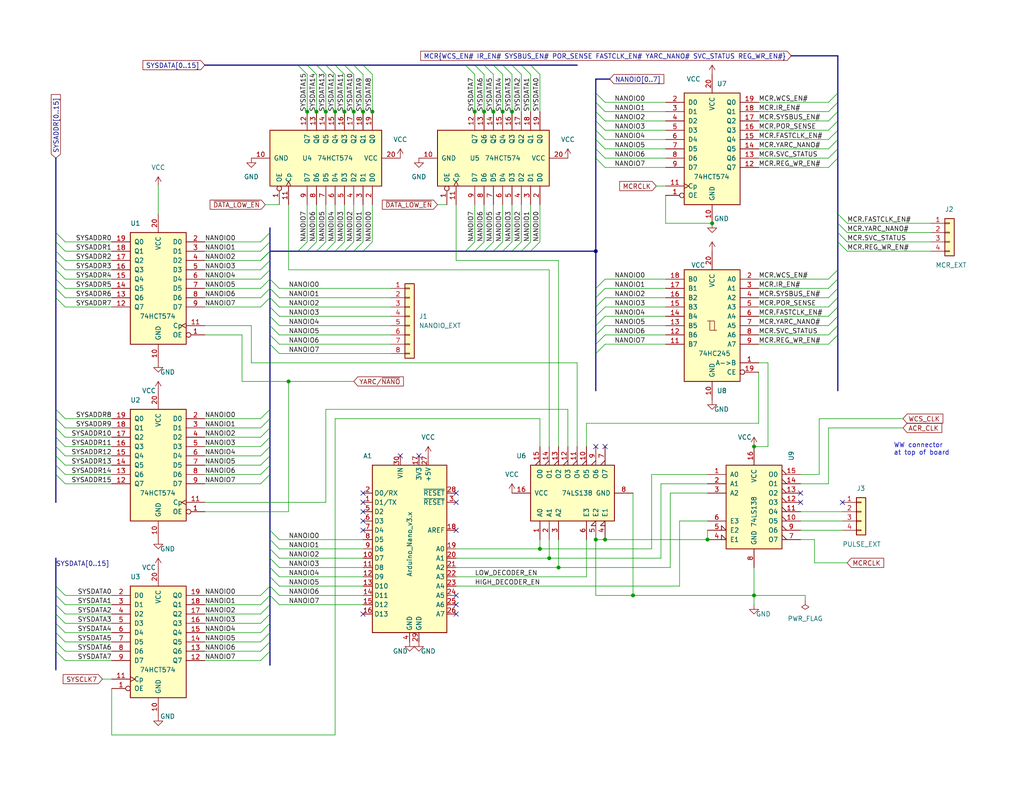
<source format=kicad_sch>
(kicad_sch (version 20230121) (generator eeschema)
  (paper "USLetter")
  (lib_symbols
    (symbol "74xx:74HC245" (pin_names (offset 1.016))
      (property "Reference" "U" (at -7.62 16.51 0))
      (property "Value" "74HC245" (at -7.62 -16.51 0))
      (symbol "74HC245_1_0"
        (polyline (pts (xy -0.635 -1.27) (xy -0.635 1.27) (xy 0.635 1.27)))
        (polyline (pts (xy -1.27 -1.27) (xy 0.635 -1.27) (xy 0.635 1.27) (xy 1.27 1.27)))
        (pin input line (at -12.7 -10.16 0) (length 5.08) (name "A->B") (number "1"))
        (pin power_in line (at 0 -20.32 90) (length 5.08) (name "GND") (number "10"))
        (pin tri_state line (at 12.7 -5.08 180) (length 5.08) (name "B7") (number "11"))
        (pin tri_state line (at 12.7 -2.54 180) (length 5.08) (name "B6") (number "12"))
        (pin tri_state line (at 12.7 0 180) (length 5.08) (name "B5") (number "13"))
        (pin tri_state line (at 12.7 2.54 180) (length 5.08) (name "B4") (number "14"))
        (pin tri_state line (at 12.7 5.08 180) (length 5.08) (name "B3") (number "15"))
        (pin tri_state line (at 12.7 7.62 180) (length 5.08) (name "B2") (number "16"))
        (pin tri_state line (at 12.7 10.16 180) (length 5.08) (name "B1") (number "17"))
        (pin tri_state line (at 12.7 12.7 180) (length 5.08) (name "B0") (number "18"))
        (pin input inverted (at -12.7 -12.7 0) (length 5.08) (name "CE") (number "19"))
        (pin tri_state line (at -12.7 12.7 0) (length 5.08) (name "A0") (number "2"))
        (pin power_in line (at 0 20.32 270) (length 5.08) (name "VCC") (number "20"))
        (pin tri_state line (at -12.7 10.16 0) (length 5.08) (name "A1") (number "3"))
        (pin tri_state line (at -12.7 7.62 0) (length 5.08) (name "A2") (number "4"))
        (pin tri_state line (at -12.7 5.08 0) (length 5.08) (name "A3") (number "5"))
        (pin tri_state line (at -12.7 2.54 0) (length 5.08) (name "A4") (number "6"))
        (pin tri_state line (at -12.7 0 0) (length 5.08) (name "A5") (number "7"))
        (pin tri_state line (at -12.7 -2.54 0) (length 5.08) (name "A6") (number "8"))
        (pin tri_state line (at -12.7 -5.08 0) (length 5.08) (name "A7") (number "9"))
      )
      (symbol "74HC245_1_1"
        (rectangle (start -7.62 15.24) (end 7.62 -15.24) (stroke (width 0.254)) (fill (type background)))
      )
    )
    (symbol "74xx:74HCT574" (pin_names (offset 1.016))
      (property "Reference" "U" (at -7.62 16.51 0))
      (property "Value" "74HCT574" (at -7.62 -16.51 0))
      (symbol "74HCT574_1_0"
        (pin input inverted (at -12.7 -12.7 0) (length 5.08) (name "OE") (number "1"))
        (pin power_in line (at 0 -20.32 90) (length 5.08) (name "GND") (number "10"))
        (pin input clock (at -12.7 -10.16 0) (length 5.08) (name "Cp") (number "11"))
        (pin tri_state line (at 12.7 -5.08 180) (length 5.08) (name "Q7") (number "12"))
        (pin tri_state line (at 12.7 -2.54 180) (length 5.08) (name "Q6") (number "13"))
        (pin tri_state line (at 12.7 0 180) (length 5.08) (name "Q5") (number "14"))
        (pin tri_state line (at 12.7 2.54 180) (length 5.08) (name "Q4") (number "15"))
        (pin tri_state line (at 12.7 5.08 180) (length 5.08) (name "Q3") (number "16"))
        (pin tri_state line (at 12.7 7.62 180) (length 5.08) (name "Q2") (number "17"))
        (pin tri_state line (at 12.7 10.16 180) (length 5.08) (name "Q1") (number "18"))
        (pin tri_state line (at 12.7 12.7 180) (length 5.08) (name "Q0") (number "19"))
        (pin input line (at -12.7 12.7 0) (length 5.08) (name "D0") (number "2"))
        (pin power_in line (at 0 20.32 270) (length 5.08) (name "VCC") (number "20"))
        (pin input line (at -12.7 10.16 0) (length 5.08) (name "D1") (number "3"))
        (pin input line (at -12.7 7.62 0) (length 5.08) (name "D2") (number "4"))
        (pin input line (at -12.7 5.08 0) (length 5.08) (name "D3") (number "5"))
        (pin input line (at -12.7 2.54 0) (length 5.08) (name "D4") (number "6"))
        (pin input line (at -12.7 0 0) (length 5.08) (name "D5") (number "7"))
        (pin input line (at -12.7 -2.54 0) (length 5.08) (name "D6") (number "8"))
        (pin input line (at -12.7 -5.08 0) (length 5.08) (name "D7") (number "9"))
      )
      (symbol "74HCT574_1_1"
        (rectangle (start -7.62 15.24) (end 7.62 -15.24) (stroke (width 0.254)) (fill (type background)))
      )
    )
    (symbol "74xx:74LS138" (pin_names (offset 1.016))
      (property "Reference" "U" (at -7.62 11.43 0))
      (property "Value" "74LS138" (at -7.62 -13.97 0))
      (symbol "74LS138_1_0"
        (pin input line (at -12.7 7.62 0) (length 5.08) (name "A0") (number "1"))
        (pin output output_low (at 12.7 -5.08 180) (length 5.08) (name "O5") (number "10"))
        (pin output output_low (at 12.7 -2.54 180) (length 5.08) (name "O4") (number "11"))
        (pin output output_low (at 12.7 0 180) (length 5.08) (name "O3") (number "12"))
        (pin output output_low (at 12.7 2.54 180) (length 5.08) (name "O2") (number "13"))
        (pin output output_low (at 12.7 5.08 180) (length 5.08) (name "O1") (number "14"))
        (pin output output_low (at 12.7 7.62 180) (length 5.08) (name "O0") (number "15"))
        (pin power_in line (at 0 15.24 270) (length 5.08) (name "VCC") (number "16"))
        (pin input line (at -12.7 5.08 0) (length 5.08) (name "A1") (number "2"))
        (pin input line (at -12.7 2.54 0) (length 5.08) (name "A2") (number "3"))
        (pin input input_low (at -12.7 -10.16 0) (length 5.08) (name "E1") (number "4"))
        (pin input input_low (at -12.7 -7.62 0) (length 5.08) (name "E2") (number "5"))
        (pin input line (at -12.7 -5.08 0) (length 5.08) (name "E3") (number "6"))
        (pin output output_low (at 12.7 -10.16 180) (length 5.08) (name "O7") (number "7"))
        (pin power_in line (at 0 -17.78 90) (length 5.08) (name "GND") (number "8"))
        (pin output output_low (at 12.7 -7.62 180) (length 5.08) (name "O6") (number "9"))
      )
      (symbol "74LS138_1_1"
        (rectangle (start -7.62 10.16) (end 7.62 -12.7) (stroke (width 0.254)) (fill (type background)))
      )
    )
    (symbol "Connector_Generic:Conn_01x04" (pin_names (offset 1.016) hide)
      (property "Reference" "J" (at 0 5.08 0))
      (property "Value" "Conn_01x04" (at 0 -7.62 0))
      (symbol "Conn_01x04_1_1"
        (rectangle (start -1.27 -4.953) (end 0 -5.207) (stroke (width 0.1524)))
        (rectangle (start -1.27 -2.413) (end 0 -2.667) (stroke (width 0.1524)))
        (rectangle (start -1.27 0.127) (end 0 -0.127) (stroke (width 0.1524)))
        (rectangle (start -1.27 2.667) (end 0 2.413) (stroke (width 0.1524)))
        (rectangle (start -1.27 3.81) (end 1.27 -6.35) (stroke (width 0.254)) (fill (type background)))
        (pin passive line (at -5.08 2.54 0) (length 3.81) (name "Pin_1") (number "1"))
        (pin passive line (at -5.08 0 0) (length 3.81) (name "Pin_2") (number "2"))
        (pin passive line (at -5.08 -2.54 0) (length 3.81) (name "Pin_3") (number "3"))
        (pin passive line (at -5.08 -5.08 0) (length 3.81) (name "Pin_4") (number "4"))
      )
    )
    (symbol "Connector_Generic:Conn_01x08" (pin_names (offset 1.016) hide)
      (property "Reference" "J" (at 0 10.16 0))
      (property "Value" "Conn_01x08" (at 0 -12.7 0))
      (symbol "Conn_01x08_1_1"
        (rectangle (start -1.27 -10.033) (end 0 -10.287) (stroke (width 0.1524)))
        (rectangle (start -1.27 -7.493) (end 0 -7.747) (stroke (width 0.1524)))
        (rectangle (start -1.27 -4.953) (end 0 -5.207) (stroke (width 0.1524)))
        (rectangle (start -1.27 -2.413) (end 0 -2.667) (stroke (width 0.1524)))
        (rectangle (start -1.27 0.127) (end 0 -0.127) (stroke (width 0.1524)))
        (rectangle (start -1.27 2.667) (end 0 2.413) (stroke (width 0.1524)))
        (rectangle (start -1.27 5.207) (end 0 4.953) (stroke (width 0.1524)))
        (rectangle (start -1.27 7.747) (end 0 7.493) (stroke (width 0.1524)))
        (rectangle (start -1.27 8.89) (end 1.27 -11.43) (stroke (width 0.254)) (fill (type background)))
        (pin passive line (at -5.08 7.62 0) (length 3.81) (name "Pin_1") (number "1"))
        (pin passive line (at -5.08 5.08 0) (length 3.81) (name "Pin_2") (number "2"))
        (pin passive line (at -5.08 2.54 0) (length 3.81) (name "Pin_3") (number "3"))
        (pin passive line (at -5.08 0 0) (length 3.81) (name "Pin_4") (number "4"))
        (pin passive line (at -5.08 -2.54 0) (length 3.81) (name "Pin_5") (number "5"))
        (pin passive line (at -5.08 -5.08 0) (length 3.81) (name "Pin_6") (number "6"))
        (pin passive line (at -5.08 -7.62 0) (length 3.81) (name "Pin_7") (number "7"))
        (pin passive line (at -5.08 -10.16 0) (length 3.81) (name "Pin_8") (number "8"))
      )
    )
    (symbol "MCU_Module:Arduino_Nano_v3.x"
      (property "Reference" "A" (at -10.16 23.495 0))
      (property "Value" "Arduino_Nano_v3.x" (at 5.08 -24.13 0))
      (symbol "Arduino_Nano_v3.x_0_1"
        (rectangle (start -10.16 22.86) (end 10.16 -22.86) (stroke (width 0.254)) (fill (type background)))
      )
      (symbol "Arduino_Nano_v3.x_1_1"
        (pin bidirectional line (at -12.7 12.7 0) (length 2.54) (name "D1/TX") (number "1"))
        (pin bidirectional line (at -12.7 -2.54 0) (length 2.54) (name "D7") (number "10"))
        (pin bidirectional line (at -12.7 -5.08 0) (length 2.54) (name "D8") (number "11"))
        (pin bidirectional line (at -12.7 -7.62 0) (length 2.54) (name "D9") (number "12"))
        (pin bidirectional line (at -12.7 -10.16 0) (length 2.54) (name "D10") (number "13"))
        (pin bidirectional line (at -12.7 -12.7 0) (length 2.54) (name "D11") (number "14"))
        (pin bidirectional line (at -12.7 -15.24 0) (length 2.54) (name "D12") (number "15"))
        (pin bidirectional line (at -12.7 -17.78 0) (length 2.54) (name "D13") (number "16"))
        (pin power_out line (at 2.54 25.4 270) (length 2.54) (name "3V3") (number "17"))
        (pin input line (at 12.7 5.08 180) (length 2.54) (name "AREF") (number "18"))
        (pin bidirectional line (at 12.7 0 180) (length 2.54) (name "A0") (number "19"))
        (pin bidirectional line (at -12.7 15.24 0) (length 2.54) (name "D0/RX") (number "2"))
        (pin bidirectional line (at 12.7 -2.54 180) (length 2.54) (name "A1") (number "20"))
        (pin bidirectional line (at 12.7 -5.08 180) (length 2.54) (name "A2") (number "21"))
        (pin bidirectional line (at 12.7 -7.62 180) (length 2.54) (name "A3") (number "22"))
        (pin bidirectional line (at 12.7 -10.16 180) (length 2.54) (name "A4") (number "23"))
        (pin bidirectional line (at 12.7 -12.7 180) (length 2.54) (name "A5") (number "24"))
        (pin bidirectional line (at 12.7 -15.24 180) (length 2.54) (name "A6") (number "25"))
        (pin bidirectional line (at 12.7 -17.78 180) (length 2.54) (name "A7") (number "26"))
        (pin power_out line (at 5.08 25.4 270) (length 2.54) (name "+5V") (number "27"))
        (pin input line (at 12.7 15.24 180) (length 2.54) (name "~{RESET}") (number "28"))
        (pin power_in line (at 2.54 -25.4 90) (length 2.54) (name "GND") (number "29"))
        (pin input line (at 12.7 12.7 180) (length 2.54) (name "~{RESET}") (number "3"))
        (pin power_in line (at -2.54 25.4 270) (length 2.54) (name "VIN") (number "30"))
        (pin power_in line (at 0 -25.4 90) (length 2.54) (name "GND") (number "4"))
        (pin bidirectional line (at -12.7 10.16 0) (length 2.54) (name "D2") (number "5"))
        (pin bidirectional line (at -12.7 7.62 0) (length 2.54) (name "D3") (number "6"))
        (pin bidirectional line (at -12.7 5.08 0) (length 2.54) (name "D4") (number "7"))
        (pin bidirectional line (at -12.7 2.54 0) (length 2.54) (name "D5") (number "8"))
        (pin bidirectional line (at -12.7 0 0) (length 2.54) (name "D6") (number "9"))
      )
    )
    (symbol "power:GND" (power) (pin_names (offset 0))
      (property "Value" "GND" (at 0 -3.81 0))
      (symbol "GND_0_1"
        (polyline (pts (xy 0 0) (xy 0 -1.27) (xy 1.27 -1.27) (xy 0 -2.54) (xy -1.27 -1.27) (xy 0 -1.27)))
      )
      (symbol "GND_1_1"
        (pin power_in line (at 0 0 270) (length 0) hide (name "GND") (number "1"))
      )
    )
    (symbol "power:PWR_FLAG" (power) (pin_numbers hide) (pin_names (offset 0) hide)
      (property "Value" "PWR_FLAG" (at 0 3.81 0))
      (symbol "PWR_FLAG_0_0"
        (pin power_out line (at 0 0 90) (length 0) (name "pwr") (number "1"))
      )
      (symbol "PWR_FLAG_0_1"
        (polyline (pts (xy 0 0) (xy 0 1.27) (xy -1.016 1.905) (xy 0 2.54) (xy 1.016 1.905) (xy 0 1.27)))
      )
    )
    (symbol "power:VCC" (power) (pin_names (offset 0))
      (property "Value" "VCC" (at 0 3.81 0))
      (symbol "VCC_0_1"
        (polyline (pts (xy -0.762 1.27) (xy 0 2.54)))
        (polyline (pts (xy 0 0) (xy 0 2.54)))
        (polyline (pts (xy 0 2.54) (xy 0.762 1.27)))
      )
      (symbol "VCC_1_1"
        (pin power_in line (at 0 0 90) (length 0) hide (name "VCC") (number "1"))
      )
    )
  )
  (junction (at 83.82 30.48))
  (junction (at 152.4 154.94))
  (junction (at 129.54 30.48))
  (junction (at 99.06 30.48))
  (junction (at 96.52 30.48))
  (junction (at 91.44 30.48))
  (junction (at 205.74 162.56))
  (junction (at 205.74 121.92))
  (junction (at 78.74 104.14))
  (junction (at 193.04 147.32))
  (junction (at 194.31 60.96))
  (junction (at 172.72 162.56))
  (junction (at 162.56 147.32))
  (junction (at 149.86 152.4))
  (junction (at 86.36 30.48))
  (junction (at 162.56 68.58))
  (junction (at 132.08 30.48))
  (junction (at 134.62 30.48))
  (junction (at 165.1 147.32))
  (junction (at 93.98 30.48))
  (junction (at 137.16 30.48))
  (junction (at 88.9 30.48))
  (junction (at 139.7 30.48))
  (junction (at 147.32 149.86))
  (junction (at 101.6 30.48))
  (no_connect (at 99.06 167.64))
  (no_connect (at 162.56 121.92))
  (no_connect (at 124.46 162.56))
  (no_connect (at 99.06 134.62))
  (no_connect (at 99.06 137.16))
  (no_connect (at 229.87 137.16))
  (no_connect (at 124.46 144.78))
  (no_connect (at 124.46 137.16))
  (no_connect (at 114.3 124.46))
  (no_connect (at 124.46 134.62))
  (no_connect (at 218.44 134.62))
  (no_connect (at 109.22 124.46))
  (no_connect (at 165.1 121.92))
  (no_connect (at 124.46 165.1))
  (no_connect (at 99.06 139.7))
  (no_connect (at 218.44 137.16))
  (no_connect (at 124.46 167.64))
  (no_connect (at 99.06 142.24))
  (no_connect (at 99.06 144.78))
  (bus_entry (at 15.24 172.72) (size 2.54 2.54))
  (bus_entry (at 15.24 81.28) (size 2.54 2.54))
  (bus_entry (at 228.6 38.1) (size -2.54 2.54))
  (bus_entry (at 73.66 63.5) (size -2.54 2.54))
  (bus_entry (at 228.6 81.28) (size -2.54 2.54))
  (bus_entry (at 73.66 172.72) (size -2.54 2.54))
  (bus_entry (at 73.66 116.84) (size -2.54 2.54))
  (bus_entry (at 99.06 17.78) (size 2.54 2.54))
  (bus_entry (at 162.56 33.02) (size 2.54 2.54))
  (bus_entry (at 15.24 160.02) (size 2.54 2.54))
  (bus_entry (at 228.6 86.36) (size -2.54 2.54))
  (bus_entry (at 73.66 86.36) (size 2.54 2.54))
  (bus_entry (at 137.16 17.78) (size 2.54 2.54))
  (bus_entry (at 73.66 129.54) (size -2.54 2.54))
  (bus_entry (at 73.66 147.32) (size 2.54 2.54))
  (bus_entry (at 162.56 81.28) (size 2.54 -2.54))
  (bus_entry (at 162.56 91.44) (size 2.54 -2.54))
  (bus_entry (at 81.28 68.58) (size 2.54 -2.54))
  (bus_entry (at 162.56 27.94) (size 2.54 2.54))
  (bus_entry (at 73.66 177.8) (size -2.54 2.54))
  (bus_entry (at 15.24 127) (size 2.54 2.54))
  (bus_entry (at 132.08 68.58) (size 2.54 -2.54))
  (bus_entry (at 15.24 129.54) (size 2.54 2.54))
  (bus_entry (at 162.56 83.82) (size 2.54 -2.54))
  (bus_entry (at 73.66 149.86) (size 2.54 2.54))
  (bus_entry (at 228.6 73.66) (size -2.54 2.54))
  (bus_entry (at 93.98 68.58) (size 2.54 -2.54))
  (bus_entry (at 228.6 27.94) (size -2.54 2.54))
  (bus_entry (at 73.66 66.04) (size -2.54 2.54))
  (bus_entry (at 73.66 170.18) (size -2.54 2.54))
  (bus_entry (at 83.82 68.58) (size 2.54 -2.54))
  (bus_entry (at 228.6 76.2) (size -2.54 2.54))
  (bus_entry (at 15.24 114.3) (size 2.54 2.54))
  (bus_entry (at 162.56 78.74) (size 2.54 -2.54))
  (bus_entry (at 73.66 71.12) (size -2.54 2.54))
  (bus_entry (at 88.9 17.78) (size 2.54 2.54))
  (bus_entry (at 228.6 33.02) (size -2.54 2.54))
  (bus_entry (at 127 68.58) (size 2.54 -2.54))
  (bus_entry (at 73.66 154.94) (size 2.54 2.54))
  (bus_entry (at 162.56 93.98) (size 2.54 -2.54))
  (bus_entry (at 73.66 93.98) (size 2.54 2.54))
  (bus_entry (at 93.98 17.78) (size 2.54 2.54))
  (bus_entry (at 15.24 111.76) (size 2.54 2.54))
  (bus_entry (at 73.66 114.3) (size -2.54 2.54))
  (bus_entry (at 228.6 40.64) (size -2.54 2.54))
  (bus_entry (at 73.66 91.44) (size 2.54 2.54))
  (bus_entry (at 73.66 78.74) (size 2.54 2.54))
  (bus_entry (at 91.44 68.58) (size 2.54 -2.54))
  (bus_entry (at 73.66 68.58) (size -2.54 2.54))
  (bus_entry (at 86.36 68.58) (size 2.54 -2.54))
  (bus_entry (at 162.56 35.56) (size 2.54 2.54))
  (bus_entry (at 73.66 124.46) (size -2.54 2.54))
  (bus_entry (at 228.6 30.48) (size -2.54 2.54))
  (bus_entry (at 73.66 81.28) (size -2.54 2.54))
  (bus_entry (at 86.36 17.78) (size 2.54 2.54))
  (bus_entry (at 142.24 17.78) (size 2.54 2.54))
  (bus_entry (at 73.66 144.78) (size 2.54 2.54))
  (bus_entry (at 162.56 30.48) (size 2.54 2.54))
  (bus_entry (at 96.52 68.58) (size 2.54 -2.54))
  (bus_entry (at 15.24 63.5) (size 2.54 2.54))
  (bus_entry (at 15.24 73.66) (size 2.54 2.54))
  (bus_entry (at 73.66 127) (size -2.54 2.54))
  (bus_entry (at 162.56 88.9) (size 2.54 -2.54))
  (bus_entry (at 73.66 76.2) (size -2.54 2.54))
  (bus_entry (at 139.7 68.58) (size 2.54 -2.54))
  (bus_entry (at 129.54 17.78) (size 2.54 2.54))
  (bus_entry (at 228.6 43.18) (size -2.54 2.54))
  (bus_entry (at 73.66 78.74) (size -2.54 2.54))
  (bus_entry (at 228.6 78.74) (size -2.54 2.54))
  (bus_entry (at 228.6 58.42) (size 2.54 2.54))
  (bus_entry (at 73.66 175.26) (size -2.54 2.54))
  (bus_entry (at 162.56 43.18) (size 2.54 2.54))
  (bus_entry (at 73.66 167.64) (size -2.54 2.54))
  (bus_entry (at 15.24 165.1) (size 2.54 2.54))
  (bus_entry (at 162.56 40.64) (size 2.54 2.54))
  (bus_entry (at 144.78 68.58) (size 2.54 -2.54))
  (bus_entry (at 73.66 157.48) (size 2.54 2.54))
  (bus_entry (at 162.56 96.52) (size 2.54 -2.54))
  (bus_entry (at 73.66 111.76) (size -2.54 2.54))
  (bus_entry (at 228.6 60.96) (size 2.54 2.54))
  (bus_entry (at 15.24 66.04) (size 2.54 2.54))
  (bus_entry (at 139.7 17.78) (size 2.54 2.54))
  (bus_entry (at 132.08 17.78) (size 2.54 2.54))
  (bus_entry (at 15.24 116.84) (size 2.54 2.54))
  (bus_entry (at 144.78 17.78) (size 2.54 2.54))
  (bus_entry (at 15.24 71.12) (size 2.54 2.54))
  (bus_entry (at 99.06 68.58) (size 2.54 -2.54))
  (bus_entry (at 134.62 17.78) (size 2.54 2.54))
  (bus_entry (at 15.24 177.8) (size 2.54 2.54))
  (bus_entry (at 162.56 86.36) (size 2.54 -2.54))
  (bus_entry (at 73.66 162.56) (size -2.54 2.54))
  (bus_entry (at 134.62 68.58) (size 2.54 -2.54))
  (bus_entry (at 228.6 63.5) (size 2.54 2.54))
  (bus_entry (at 73.66 81.28) (size 2.54 2.54))
  (bus_entry (at 162.56 38.1) (size 2.54 2.54))
  (bus_entry (at 83.82 17.78) (size 2.54 2.54))
  (bus_entry (at 91.44 17.78) (size 2.54 2.54))
  (bus_entry (at 228.6 91.44) (size -2.54 2.54))
  (bus_entry (at 73.66 119.38) (size -2.54 2.54))
  (bus_entry (at 228.6 25.4) (size -2.54 2.54))
  (bus_entry (at 88.9 68.58) (size 2.54 -2.54))
  (bus_entry (at 15.24 170.18) (size 2.54 2.54))
  (bus_entry (at 15.24 76.2) (size 2.54 2.54))
  (bus_entry (at 15.24 78.74) (size 2.54 2.54))
  (bus_entry (at 73.66 76.2) (size 2.54 2.54))
  (bus_entry (at 73.66 165.1) (size -2.54 2.54))
  (bus_entry (at 162.56 25.4) (size 2.54 2.54))
  (bus_entry (at 15.24 175.26) (size 2.54 2.54))
  (bus_entry (at 73.66 160.02) (size -2.54 2.54))
  (bus_entry (at 73.66 162.56) (size 2.54 2.54))
  (bus_entry (at 127 17.78) (size 2.54 2.54))
  (bus_entry (at 15.24 124.46) (size 2.54 2.54))
  (bus_entry (at 15.24 162.56) (size 2.54 2.54))
  (bus_entry (at 142.24 68.58) (size 2.54 -2.54))
  (bus_entry (at 228.6 35.56) (size -2.54 2.54))
  (bus_entry (at 73.66 83.82) (size 2.54 2.54))
  (bus_entry (at 73.66 88.9) (size 2.54 2.54))
  (bus_entry (at 228.6 66.04) (size 2.54 2.54))
  (bus_entry (at 96.52 17.78) (size 2.54 2.54))
  (bus_entry (at 15.24 167.64) (size 2.54 2.54))
  (bus_entry (at 73.66 152.4) (size 2.54 2.54))
  (bus_entry (at 81.28 17.78) (size 2.54 2.54))
  (bus_entry (at 15.24 121.92) (size 2.54 2.54))
  (bus_entry (at 73.66 121.92) (size -2.54 2.54))
  (bus_entry (at 228.6 83.82) (size -2.54 2.54))
  (bus_entry (at 73.66 160.02) (size 2.54 2.54))
  (bus_entry (at 137.16 68.58) (size 2.54 -2.54))
  (bus_entry (at 73.66 68.58) (size -2.54 2.54))
  (bus_entry (at 73.66 73.66) (size -2.54 2.54))
  (bus_entry (at 15.24 119.38) (size 2.54 2.54))
  (bus_entry (at 15.24 68.58) (size 2.54 2.54))
  (bus_entry (at 129.54 68.58) (size 2.54 -2.54))
  (bus_entry (at 228.6 88.9) (size -2.54 2.54))
  (wire (pts (xy 71.12 177.8) (xy 55.88 177.8)))
  (bus (pts (xy 228.6 15.24) (xy 228.6 25.4)))
  (wire (pts (xy 165.1 93.98) (xy 181.61 93.98)))
  (wire (pts (xy 134.62 20.32) (xy 134.62 30.48)))
  (wire (pts (xy 96.52 33.02) (xy 96.52 30.48)))
  (wire (pts (xy 137.16 20.32) (xy 137.16 30.48)))
  (bus (pts (xy 15.24 111.76) (xy 15.24 114.3)))
  (bus (pts (xy 132.08 17.78) (xy 134.62 17.78)))
  (wire (pts (xy 78.74 73.66) (xy 149.86 73.66)))
  (wire (pts (xy 207.01 30.48) (xy 226.06 30.48)))
  (bus (pts (xy 86.36 17.78) (xy 88.9 17.78)))
  (bus (pts (xy 15.24 78.74) (xy 15.24 81.28)))
  (wire (pts (xy 160.02 115.57) (xy 160.02 121.92)))
  (wire (pts (xy 91.44 33.02) (xy 91.44 30.48)))
  (wire (pts (xy 207.01 33.02) (xy 226.06 33.02)))
  (wire (pts (xy 129.54 20.32) (xy 129.54 30.48)))
  (bus (pts (xy 73.66 121.92) (xy 73.66 124.46)))
  (wire (pts (xy 76.2 154.94) (xy 99.06 154.94)))
  (bus (pts (xy 81.28 17.78) (xy 83.82 17.78)))
  (bus (pts (xy 142.24 17.78) (xy 144.78 17.78)))
  (bus (pts (xy 132.08 68.58) (xy 129.54 68.58)))
  (wire (pts (xy 160.02 115.57) (xy 207.01 115.57)))
  (wire (pts (xy 83.82 20.32) (xy 83.82 30.48)))
  (wire (pts (xy 226.06 116.84) (xy 226.06 132.08)))
  (bus (pts (xy 162.56 83.82) (xy 162.56 86.36)))
  (bus (pts (xy 15.24 170.18) (xy 15.24 172.72)))
  (bus (pts (xy 55.88 17.78) (xy 81.28 17.78)))
  (wire (pts (xy 76.2 86.36) (xy 106.68 86.36)))
  (wire (pts (xy 76.2 157.48) (xy 99.06 157.48)))
  (bus (pts (xy 73.66 149.86) (xy 73.66 152.4)))
  (bus (pts (xy 88.9 68.58) (xy 86.36 68.58)))
  (bus (pts (xy 15.24 129.54) (xy 15.24 137.16)))
  (wire (pts (xy 101.6 33.02) (xy 101.6 30.48)))
  (wire (pts (xy 134.62 33.02) (xy 134.62 30.48)))
  (bus (pts (xy 73.66 167.64) (xy 73.66 170.18)))
  (bus (pts (xy 228.6 78.74) (xy 228.6 81.28)))
  (wire (pts (xy 66.04 104.14) (xy 78.74 104.14)))
  (bus (pts (xy 73.66 68.58) (xy 73.66 71.12)))
  (bus (pts (xy 15.24 81.28) (xy 15.24 111.76)))
  (wire (pts (xy 193.04 144.78) (xy 193.04 147.32)))
  (wire (pts (xy 71.12 175.26) (xy 55.88 175.26)))
  (bus (pts (xy 228.6 86.36) (xy 228.6 88.9)))
  (wire (pts (xy 207.01 76.2) (xy 226.06 76.2)))
  (wire (pts (xy 17.78 162.56) (xy 30.48 162.56)))
  (wire (pts (xy 76.2 96.52) (xy 106.68 96.52)))
  (wire (pts (xy 17.78 68.58) (xy 30.48 68.58)))
  (bus (pts (xy 162.56 38.1) (xy 162.56 40.64)))
  (bus (pts (xy 93.98 17.78) (xy 96.52 17.78)))
  (wire (pts (xy 172.72 162.56) (xy 162.56 162.56)))
  (wire (pts (xy 17.78 76.2) (xy 30.48 76.2)))
  (wire (pts (xy 165.1 76.2) (xy 181.61 76.2)))
  (wire (pts (xy 17.78 172.72) (xy 30.48 172.72)))
  (bus (pts (xy 228.6 63.5) (xy 228.6 66.04)))
  (wire (pts (xy 17.78 81.28) (xy 30.48 81.28)))
  (wire (pts (xy 165.1 40.64) (xy 181.61 40.64)))
  (bus (pts (xy 73.66 170.18) (xy 73.66 172.72)))
  (wire (pts (xy 17.78 170.18) (xy 30.48 170.18)))
  (wire (pts (xy 165.1 86.36) (xy 181.61 86.36)))
  (wire (pts (xy 205.74 121.92) (xy 209.55 121.92)))
  (wire (pts (xy 78.74 139.7) (xy 78.74 104.14)))
  (wire (pts (xy 185.42 142.24) (xy 193.04 142.24)))
  (wire (pts (xy 55.88 71.12) (xy 71.12 71.12)))
  (wire (pts (xy 149.86 73.66) (xy 149.86 121.92)))
  (wire (pts (xy 30.48 200.66) (xy 30.48 187.96)))
  (bus (pts (xy 73.66 119.38) (xy 73.66 121.92)))
  (wire (pts (xy 207.01 99.06) (xy 209.55 99.06)))
  (bus (pts (xy 139.7 17.78) (xy 142.24 17.78)))
  (bus (pts (xy 166.37 21.59) (xy 162.56 21.59)))
  (wire (pts (xy 17.78 167.64) (xy 30.48 167.64)))
  (wire (pts (xy 134.62 55.88) (xy 134.62 66.04)))
  (bus (pts (xy 73.66 160.02) (xy 73.66 162.56)))
  (wire (pts (xy 231.14 66.04) (xy 254 66.04)))
  (wire (pts (xy 119.38 55.88) (xy 121.92 55.88)))
  (wire (pts (xy 160.02 157.48) (xy 160.02 147.32)))
  (bus (pts (xy 144.78 68.58) (xy 162.56 68.58)))
  (wire (pts (xy 68.58 88.9) (xy 68.58 99.06)))
  (wire (pts (xy 147.32 114.3) (xy 91.44 114.3)))
  (wire (pts (xy 222.25 153.67) (xy 222.25 147.32)))
  (wire (pts (xy 91.44 114.3) (xy 91.44 200.66)))
  (bus (pts (xy 15.24 121.92) (xy 15.24 124.46)))
  (bus (pts (xy 162.56 91.44) (xy 162.56 93.98)))
  (bus (pts (xy 99.06 17.78) (xy 127 17.78)))
  (wire (pts (xy 71.12 170.18) (xy 55.88 170.18)))
  (wire (pts (xy 231.14 60.96) (xy 254 60.96)))
  (bus (pts (xy 134.62 17.78) (xy 137.16 17.78)))
  (bus (pts (xy 88.9 17.78) (xy 91.44 17.78)))
  (wire (pts (xy 177.8 129.54) (xy 177.8 149.86)))
  (wire (pts (xy 165.1 43.18) (xy 181.61 43.18)))
  (bus (pts (xy 162.56 27.94) (xy 162.56 30.48)))
  (wire (pts (xy 165.1 88.9) (xy 181.61 88.9)))
  (wire (pts (xy 129.54 33.02) (xy 129.54 30.48)))
  (bus (pts (xy 228.6 40.64) (xy 228.6 43.18)))
  (wire (pts (xy 142.24 55.88) (xy 142.24 66.04)))
  (bus (pts (xy 73.66 114.3) (xy 73.66 116.84)))
  (wire (pts (xy 17.78 78.74) (xy 30.48 78.74)))
  (bus (pts (xy 83.82 68.58) (xy 81.28 68.58)))
  (bus (pts (xy 137.16 17.78) (xy 139.7 17.78)))
  (wire (pts (xy 93.98 20.32) (xy 93.98 30.48)))
  (wire (pts (xy 76.2 83.82) (xy 106.68 83.82)))
  (wire (pts (xy 231.14 68.58) (xy 254 68.58)))
  (wire (pts (xy 218.44 139.7) (xy 229.87 139.7)))
  (bus (pts (xy 73.66 78.74) (xy 73.66 81.28)))
  (wire (pts (xy 147.32 55.88) (xy 147.32 66.04)))
  (wire (pts (xy 157.48 99.06) (xy 157.48 121.92)))
  (wire (pts (xy 147.32 20.32) (xy 147.32 30.48)))
  (bus (pts (xy 15.24 68.58) (xy 15.24 71.12)))
  (bus (pts (xy 73.66 181.61) (xy 73.66 177.8)))
  (bus (pts (xy 15.24 73.66) (xy 15.24 76.2)))
  (wire (pts (xy 17.78 177.8) (xy 30.48 177.8)))
  (wire (pts (xy 83.82 33.02) (xy 83.82 30.48)))
  (bus (pts (xy 15.24 76.2) (xy 15.24 78.74)))
  (bus (pts (xy 162.56 81.28) (xy 162.56 83.82)))
  (bus (pts (xy 73.66 162.56) (xy 73.66 165.1)))
  (wire (pts (xy 124.46 149.86) (xy 147.32 149.86)))
  (bus (pts (xy 73.66 71.12) (xy 73.66 73.66)))
  (wire (pts (xy 219.71 162.56) (xy 205.74 162.56)))
  (bus (pts (xy 15.24 175.26) (xy 15.24 177.8)))
  (wire (pts (xy 162.56 147.32) (xy 165.1 147.32)))
  (bus (pts (xy 162.56 93.98) (xy 162.56 96.52)))
  (wire (pts (xy 71.12 162.56) (xy 55.88 162.56)))
  (bus (pts (xy 228.6 91.44) (xy 228.6 106.68)))
  (wire (pts (xy 207.01 86.36) (xy 226.06 86.36)))
  (bus (pts (xy 73.66 76.2) (xy 73.66 78.74)))
  (wire (pts (xy 96.52 55.88) (xy 96.52 66.04)))
  (wire (pts (xy 17.78 71.12) (xy 30.48 71.12)))
  (wire (pts (xy 17.78 114.3) (xy 30.48 114.3)))
  (wire (pts (xy 78.74 104.14) (xy 96.52 104.14)))
  (wire (pts (xy 139.7 33.02) (xy 139.7 30.48)))
  (bus (pts (xy 228.6 81.28) (xy 228.6 83.82)))
  (bus (pts (xy 162.56 40.64) (xy 162.56 43.18)))
  (bus (pts (xy 129.54 17.78) (xy 132.08 17.78)))
  (bus (pts (xy 73.66 172.72) (xy 73.66 175.26)))
  (bus (pts (xy 15.24 116.84) (xy 15.24 119.38)))
  (bus (pts (xy 162.56 21.59) (xy 162.56 25.4)))
  (bus (pts (xy 228.6 76.2) (xy 228.6 78.74)))
  (wire (pts (xy 207.01 35.56) (xy 226.06 35.56)))
  (wire (pts (xy 55.88 137.16) (xy 88.9 137.16)))
  (wire (pts (xy 207.01 93.98) (xy 226.06 93.98)))
  (wire (pts (xy 246.38 114.3) (xy 223.52 114.3)))
  (bus (pts (xy 73.66 157.48) (xy 73.66 160.02)))
  (wire (pts (xy 71.12 116.84) (xy 55.88 116.84)))
  (wire (pts (xy 71.12 114.3) (xy 55.88 114.3)))
  (wire (pts (xy 124.46 71.12) (xy 152.4 71.12)))
  (wire (pts (xy 165.1 33.02) (xy 181.61 33.02)))
  (bus (pts (xy 139.7 68.58) (xy 142.24 68.58)))
  (wire (pts (xy 219.71 163.83) (xy 219.71 162.56)))
  (bus (pts (xy 73.66 129.54) (xy 73.66 144.78)))
  (wire (pts (xy 17.78 121.92) (xy 30.48 121.92)))
  (wire (pts (xy 71.12 172.72) (xy 55.88 172.72)))
  (bus (pts (xy 73.66 66.04) (xy 73.66 68.58)))
  (wire (pts (xy 152.4 71.12) (xy 152.4 121.92)))
  (wire (pts (xy 124.46 154.94) (xy 152.4 154.94)))
  (bus (pts (xy 73.66 86.36) (xy 73.66 88.9)))
  (wire (pts (xy 88.9 111.76) (xy 154.94 111.76)))
  (wire (pts (xy 71.12 165.1) (xy 55.88 165.1)))
  (wire (pts (xy 207.01 91.44) (xy 226.06 91.44)))
  (wire (pts (xy 17.78 116.84) (xy 30.48 116.84)))
  (wire (pts (xy 76.2 88.9) (xy 106.68 88.9)))
  (bus (pts (xy 15.24 63.5) (xy 15.24 66.04)))
  (bus (pts (xy 228.6 66.04) (xy 228.6 73.66)))
  (bus (pts (xy 15.24 160.02) (xy 15.24 162.56)))
  (bus (pts (xy 162.56 96.52) (xy 162.56 106.68)))
  (wire (pts (xy 246.38 116.84) (xy 226.06 116.84)))
  (wire (pts (xy 71.12 124.46) (xy 55.88 124.46)))
  (bus (pts (xy 73.66 91.44) (xy 73.66 93.98)))
  (wire (pts (xy 88.9 55.88) (xy 88.9 66.04)))
  (bus (pts (xy 15.24 119.38) (xy 15.24 121.92)))
  (bus (pts (xy 15.24 162.56) (xy 15.24 165.1)))
  (wire (pts (xy 76.2 149.86) (xy 99.06 149.86)))
  (bus (pts (xy 228.6 25.4) (xy 228.6 27.94)))
  (bus (pts (xy 15.24 66.04) (xy 15.24 68.58)))
  (bus (pts (xy 228.6 38.1) (xy 228.6 40.64)))
  (wire (pts (xy 165.1 147.32) (xy 193.04 147.32)))
  (bus (pts (xy 162.56 43.18) (xy 162.56 68.58)))
  (wire (pts (xy 88.9 33.02) (xy 88.9 30.48)))
  (wire (pts (xy 182.88 154.94) (xy 152.4 154.94)))
  (wire (pts (xy 144.78 20.32) (xy 144.78 30.48)))
  (wire (pts (xy 71.12 132.08) (xy 55.88 132.08)))
  (wire (pts (xy 154.94 111.76) (xy 154.94 121.92)))
  (wire (pts (xy 124.46 55.88) (xy 124.46 71.12)))
  (wire (pts (xy 205.74 162.56) (xy 172.72 162.56)))
  (bus (pts (xy 73.66 83.82) (xy 73.66 86.36)))
  (wire (pts (xy 132.08 20.32) (xy 132.08 30.48)))
  (wire (pts (xy 207.01 40.64) (xy 226.06 40.64)))
  (bus (pts (xy 162.56 35.56) (xy 162.56 38.1)))
  (wire (pts (xy 101.6 20.32) (xy 101.6 30.48)))
  (bus (pts (xy 162.56 88.9) (xy 162.56 91.44)))
  (wire (pts (xy 71.12 81.28) (xy 55.88 81.28)))
  (bus (pts (xy 15.24 167.64) (xy 15.24 170.18)))
  (bus (pts (xy 162.56 86.36) (xy 162.56 88.9)))
  (wire (pts (xy 222.25 147.32) (xy 218.44 147.32)))
  (wire (pts (xy 222.25 153.67) (xy 231.14 153.67)))
  (wire (pts (xy 207.01 45.72) (xy 226.06 45.72)))
  (wire (pts (xy 17.78 129.54) (xy 30.48 129.54)))
  (wire (pts (xy 93.98 55.88) (xy 93.98 66.04)))
  (wire (pts (xy 147.32 121.92) (xy 147.32 114.3)))
  (bus (pts (xy 228.6 73.66) (xy 228.6 76.2)))
  (wire (pts (xy 76.2 160.02) (xy 99.06 160.02)))
  (wire (pts (xy 88.9 20.32) (xy 88.9 30.48)))
  (wire (pts (xy 55.88 139.7) (xy 78.74 139.7)))
  (wire (pts (xy 91.44 20.32) (xy 91.44 30.48)))
  (wire (pts (xy 180.34 152.4) (xy 149.86 152.4)))
  (bus (pts (xy 15.24 71.12) (xy 15.24 73.66)))
  (wire (pts (xy 165.1 78.74) (xy 181.61 78.74)))
  (bus (pts (xy 228.6 43.18) (xy 228.6 58.42)))
  (wire (pts (xy 137.16 33.02) (xy 137.16 30.48)))
  (wire (pts (xy 207.01 38.1) (xy 226.06 38.1)))
  (bus (pts (xy 81.28 68.58) (xy 73.66 68.58)))
  (wire (pts (xy 17.78 119.38) (xy 30.48 119.38)))
  (wire (pts (xy 165.1 91.44) (xy 181.61 91.44)))
  (wire (pts (xy 17.78 124.46) (xy 30.48 124.46)))
  (wire (pts (xy 181.61 60.96) (xy 194.31 60.96)))
  (wire (pts (xy 68.58 99.06) (xy 157.48 99.06)))
  (bus (pts (xy 96.52 17.78) (xy 99.06 17.78)))
  (bus (pts (xy 162.56 30.48) (xy 162.56 33.02)))
  (wire (pts (xy 165.1 30.48) (xy 181.61 30.48)))
  (bus (pts (xy 15.24 43.18) (xy 15.24 63.5)))
  (wire (pts (xy 165.1 45.72) (xy 181.61 45.72)))
  (wire (pts (xy 165.1 38.1) (xy 181.61 38.1)))
  (bus (pts (xy 162.56 25.4) (xy 162.56 27.94)))
  (wire (pts (xy 55.88 66.04) (xy 71.12 66.04)))
  (bus (pts (xy 15.24 152.4) (xy 15.24 160.02)))
  (wire (pts (xy 99.06 33.02) (xy 99.06 30.48)))
  (wire (pts (xy 43.18 50.8) (xy 43.18 58.42)))
  (bus (pts (xy 228.6 58.42) (xy 228.6 60.96)))
  (wire (pts (xy 218.44 144.78) (xy 229.87 144.78)))
  (wire (pts (xy 93.98 33.02) (xy 93.98 30.48)))
  (wire (pts (xy 76.2 93.98) (xy 106.68 93.98)))
  (wire (pts (xy 76.2 162.56) (xy 99.06 162.56)))
  (wire (pts (xy 71.12 83.82) (xy 55.88 83.82)))
  (wire (pts (xy 71.12 119.38) (xy 55.88 119.38)))
  (bus (pts (xy 162.56 33.02) (xy 162.56 35.56)))
  (bus (pts (xy 144.78 17.78) (xy 157.48 17.78)))
  (bus (pts (xy 15.24 124.46) (xy 15.24 127)))
  (wire (pts (xy 91.44 200.66) (xy 30.48 200.66)))
  (wire (pts (xy 124.46 157.48) (xy 160.02 157.48)))
  (wire (pts (xy 147.32 149.86) (xy 147.32 147.32)))
  (bus (pts (xy 228.6 60.96) (xy 228.6 63.5)))
  (wire (pts (xy 99.06 20.32) (xy 99.06 30.48)))
  (wire (pts (xy 218.44 142.24) (xy 229.87 142.24)))
  (wire (pts (xy 209.55 99.06) (xy 209.55 121.92)))
  (wire (pts (xy 205.74 154.94) (xy 205.74 162.56)))
  (wire (pts (xy 76.2 165.1) (xy 99.06 165.1)))
  (bus (pts (xy 73.66 62.23) (xy 73.66 63.5)))
  (wire (pts (xy 71.12 78.74) (xy 55.88 78.74)))
  (wire (pts (xy 96.52 20.32) (xy 96.52 30.48)))
  (wire (pts (xy 139.7 55.88) (xy 139.7 66.04)))
  (wire (pts (xy 55.88 91.44) (xy 66.04 91.44)))
  (wire (pts (xy 17.78 127) (xy 30.48 127)))
  (wire (pts (xy 17.78 132.08) (xy 30.48 132.08)))
  (bus (pts (xy 162.56 68.58) (xy 162.56 78.74)))
  (wire (pts (xy 71.12 167.64) (xy 55.88 167.64)))
  (bus (pts (xy 73.66 73.66) (xy 73.66 76.2)))
  (bus (pts (xy 86.36 68.58) (xy 83.82 68.58)))
  (wire (pts (xy 231.14 63.5) (xy 254 63.5)))
  (wire (pts (xy 71.12 129.54) (xy 55.88 129.54)))
  (wire (pts (xy 193.04 134.62) (xy 182.88 134.62)))
  (bus (pts (xy 215.9 15.24) (xy 228.6 15.24)))
  (wire (pts (xy 162.56 162.56) (xy 162.56 147.32)))
  (wire (pts (xy 76.2 91.44) (xy 106.68 91.44)))
  (wire (pts (xy 182.88 134.62) (xy 182.88 154.94)))
  (wire (pts (xy 17.78 66.04) (xy 30.48 66.04)))
  (wire (pts (xy 132.08 33.02) (xy 132.08 30.48)))
  (bus (pts (xy 15.24 114.3) (xy 15.24 116.84)))
  (wire (pts (xy 207.01 83.82) (xy 226.06 83.82)))
  (wire (pts (xy 76.2 147.32) (xy 99.06 147.32)))
  (wire (pts (xy 17.78 73.66) (xy 30.48 73.66)))
  (wire (pts (xy 152.4 154.94) (xy 152.4 147.32)))
  (bus (pts (xy 73.66 111.76) (xy 73.66 114.3)))
  (bus (pts (xy 73.66 81.28) (xy 73.66 83.82)))
  (wire (pts (xy 129.54 55.88) (xy 129.54 66.04)))
  (wire (pts (xy 165.1 35.56) (xy 181.61 35.56)))
  (wire (pts (xy 207.01 43.18) (xy 226.06 43.18)))
  (wire (pts (xy 218.44 132.08) (xy 226.06 132.08)))
  (bus (pts (xy 73.66 152.4) (xy 73.66 154.94)))
  (wire (pts (xy 179.07 50.8) (xy 181.61 50.8)))
  (bus (pts (xy 93.98 68.58) (xy 91.44 68.58)))
  (wire (pts (xy 76.2 152.4) (xy 99.06 152.4)))
  (bus (pts (xy 228.6 33.02) (xy 228.6 35.56)))
  (wire (pts (xy 180.34 132.08) (xy 180.34 152.4)))
  (wire (pts (xy 207.01 81.28) (xy 226.06 81.28)))
  (wire (pts (xy 165.1 27.94) (xy 181.61 27.94)))
  (wire (pts (xy 17.78 175.26) (xy 30.48 175.26)))
  (wire (pts (xy 207.01 115.57) (xy 207.01 101.6)))
  (wire (pts (xy 71.12 73.66) (xy 55.88 73.66)))
  (bus (pts (xy 15.24 165.1) (xy 15.24 167.64)))
  (bus (pts (xy 137.16 68.58) (xy 139.7 68.58)))
  (bus (pts (xy 15.24 172.72) (xy 15.24 175.26)))
  (bus (pts (xy 91.44 68.58) (xy 88.9 68.58)))
  (bus (pts (xy 96.52 68.58) (xy 93.98 68.58)))
  (wire (pts (xy 149.86 152.4) (xy 149.86 147.32)))
  (bus (pts (xy 73.66 88.9) (xy 73.66 91.44)))
  (wire (pts (xy 223.52 114.3) (xy 223.52 129.54)))
  (wire (pts (xy 139.7 20.32) (xy 139.7 30.48)))
  (wire (pts (xy 101.6 55.88) (xy 101.6 66.04)))
  (bus (pts (xy 129.54 68.58) (xy 127 68.58)))
  (wire (pts (xy 144.78 55.88) (xy 144.78 66.04)))
  (bus (pts (xy 83.82 17.78) (xy 86.36 17.78)))
  (bus (pts (xy 142.24 68.58) (xy 144.78 68.58)))
  (wire (pts (xy 88.9 137.16) (xy 88.9 111.76)))
  (wire (pts (xy 17.78 83.82) (xy 30.48 83.82)))
  (wire (pts (xy 72.39 55.88) (xy 76.2 55.88)))
  (wire (pts (xy 137.16 55.88) (xy 137.16 66.04)))
  (wire (pts (xy 142.24 20.32) (xy 142.24 30.48)))
  (wire (pts (xy 76.2 81.28) (xy 106.68 81.28)))
  (bus (pts (xy 228.6 83.82) (xy 228.6 86.36)))
  (bus (pts (xy 73.66 124.46) (xy 73.66 127)))
  (wire (pts (xy 71.12 68.58) (xy 55.88 68.58)))
  (wire (pts (xy 165.1 81.28) (xy 181.61 81.28)))
  (wire (pts (xy 17.78 165.1) (xy 30.48 165.1)))
  (bus (pts (xy 162.56 78.74) (xy 162.56 81.28)))
  (wire (pts (xy 76.2 78.74) (xy 106.68 78.74)))
  (wire (pts (xy 71.12 76.2) (xy 55.88 76.2)))
  (bus (pts (xy 99.06 68.58) (xy 127 68.58)))
  (wire (pts (xy 207.01 27.94) (xy 226.06 27.94)))
  (wire (pts (xy 71.12 121.92) (xy 55.88 121.92)))
  (wire (pts (xy 207.01 78.74) (xy 226.06 78.74)))
  (bus (pts (xy 15.24 177.8) (xy 15.24 182.88)))
  (bus (pts (xy 73.66 127) (xy 73.66 129.54)))
  (bus (pts (xy 228.6 88.9) (xy 228.6 91.44)))
  (wire (pts (xy 83.82 55.88) (xy 83.82 66.04)))
  (wire (pts (xy 172.72 134.62) (xy 172.72 162.56)))
  (wire (pts (xy 193.04 129.54) (xy 177.8 129.54)))
  (bus (pts (xy 99.06 68.58) (xy 96.52 68.58)))
  (wire (pts (xy 66.04 91.44) (xy 66.04 104.14)))
  (wire (pts (xy 132.08 55.88) (xy 132.08 66.04)))
  (wire (pts (xy 78.74 55.88) (xy 78.74 73.66)))
  (wire (pts (xy 55.88 88.9) (xy 68.58 88.9)))
  (wire (pts (xy 205.74 162.56) (xy 205.74 165.1)))
  (bus (pts (xy 73.66 63.5) (xy 73.66 66.04)))
  (wire (pts (xy 165.1 83.82) (xy 181.61 83.82)))
  (wire (pts (xy 71.12 180.34) (xy 55.88 180.34)))
  (wire (pts (xy 17.78 180.34) (xy 30.48 180.34)))
  (wire (pts (xy 223.52 129.54) (xy 218.44 129.54)))
  (bus (pts (xy 228.6 35.56) (xy 228.6 38.1)))
  (bus (pts (xy 73.66 116.84) (xy 73.66 119.38)))
  (bus (pts (xy 91.44 17.78) (xy 93.98 17.78)))
  (wire (pts (xy 193.04 132.08) (xy 180.34 132.08)))
  (bus (pts (xy 127 17.78) (xy 129.54 17.78)))
  (bus (pts (xy 73.66 175.26) (xy 73.66 177.8)))
  (bus (pts (xy 228.6 27.94) (xy 228.6 30.48)))
  (wire (pts (xy 99.06 55.88) (xy 99.06 66.04)))
  (wire (pts (xy 181.61 53.34) (xy 181.61 60.96)))
  (wire (pts (xy 207.01 88.9) (xy 226.06 88.9)))
  (wire (pts (xy 86.36 33.02) (xy 86.36 30.48)))
  (wire (pts (xy 86.36 20.32) (xy 86.36 30.48)))
  (wire (pts (xy 71.12 127) (xy 55.88 127)))
  (bus (pts (xy 228.6 30.48) (xy 228.6 33.02)))
  (wire (pts (xy 91.44 55.88) (xy 91.44 66.04)))
  (bus (pts (xy 73.66 93.98) (xy 73.66 111.76)))
  (bus (pts (xy 73.66 144.78) (xy 73.66 147.32)))
  (bus (pts (xy 137.16 68.58) (xy 134.62 68.58)))
  (bus (pts (xy 15.24 127) (xy 15.24 129.54)))
  (wire (pts (xy 185.42 160.02) (xy 185.42 142.24)))
  (bus (pts (xy 73.66 147.32) (xy 73.66 149.86)))
  (bus (pts (xy 73.66 165.1) (xy 73.66 167.64)))
  (bus (pts (xy 134.62 68.58) (xy 132.08 68.58)))
  (wire (pts (xy 124.46 152.4) (xy 149.86 152.4)))
  (wire (pts (xy 177.8 149.86) (xy 147.32 149.86)))
  (bus (pts (xy 73.66 154.94) (xy 73.66 157.48)))
  (wire (pts (xy 124.46 160.02) (xy 185.42 160.02)))
  (wire (pts (xy 27.94 185.42) (xy 30.48 185.42)))
  (wire (pts (xy 86.36 55.88) (xy 86.36 66.04)))
  (text "WW connector\nat top of board" (at 243.84 124.46 0) (effects (font (size 1.27 1.27)) (justify left bottom)))
  (label "MCR.WCS_EN#" (at 207.01 76.2 0))
  (label "MCR.POR_SENSE" (at 207.01 83.82 0))
  (label "MCR.YARC_NANO#" (at 207.01 40.64 0))
  (label "NANOIO7" (at 167.64 93.98 0))
  (label "NANOIO7" (at 83.82 66.04 90))
  (label "NANOIO1" (at 99.06 66.04 90))
  (label "NANOIO3" (at 55.88 170.18 0))
  (label "MCR.YARC_NANO#" (at 207.01 88.9 0))
  (label "SYSADDR0" (at 30.48 66.04 180))
  (label "NANOIO5" (at 78.74 160.02 0))
  (label "NANOIO0" (at 78.74 147.32 0))
  (label "NANOIO1" (at 167.64 30.48 0))
  (label "SYSADDR10" (at 30.48 119.38 180))
  (label "NANOIO4" (at 78.74 88.9 0))
  (label "NANOIO2" (at 55.88 119.38 0))
  (label "SYSADDR9" (at 30.48 116.84 180))
  (label "MCR.IR_EN#" (at 207.01 30.48 0))
  (label "MCR.SVC_STATUS" (at 231.14 66.04 0))
  (label "SYSDATA15" (at 83.82 30.48 90))
  (label "NANOIO3" (at 167.64 83.82 0))
  (label "NANOIO1" (at 55.88 165.1 0))
  (label "SYSADDR2" (at 30.48 71.12 180))
  (label "NANOIO2" (at 96.52 66.04 90))
  (label "NANOIO5" (at 88.9 66.04 90))
  (label "NANOIO4" (at 55.88 124.46 0))
  (label "SYSDATA13" (at 88.9 30.48 90))
  (label "NANOIO0" (at 101.6 66.04 90))
  (label "NANOIO4" (at 55.88 76.2 0))
  (label "NANOIO7" (at 78.74 165.1 0))
  (label "SYSADDR11" (at 30.48 121.92 180))
  (label "NANOIO4" (at 55.88 172.72 0))
  (label "LOW_DECODER_EN" (at 129.54 157.48 0))
  (label "NANOIO3" (at 55.88 121.92 0))
  (label "NANOIO6" (at 78.74 162.56 0))
  (label "SYSDATA4" (at 137.16 30.48 90))
  (label "MCR.SVC_STATUS" (at 207.01 91.44 0))
  (label "MCR.SYSBUS_EN#" (at 207.01 33.02 0))
  (label "SYSADDR4" (at 30.48 76.2 180))
  (label "SYSDATA8" (at 101.6 30.48 90))
  (label "NANOIO2" (at 55.88 167.64 0))
  (label "NANOIO1" (at 55.88 68.58 0))
  (label "NANOIO5" (at 55.88 127 0))
  (label "SYSDATA14" (at 86.36 30.48 90))
  (label "NANOIO0" (at 147.32 66.04 90))
  (label "NANOIO6" (at 78.74 93.98 0))
  (label "SYSADDR1" (at 30.48 68.58 180))
  (label "NANOIO7" (at 167.64 45.72 0))
  (label "SYSDATA5" (at 134.62 30.48 90))
  (label "SYSDATA9" (at 99.06 30.48 90))
  (label "NANOIO0" (at 55.88 66.04 0))
  (label "NANOIO7" (at 55.88 180.34 0))
  (label "MCR.SVC_STATUS" (at 207.01 43.18 0))
  (label "SYSDATA12" (at 91.44 30.48 90))
  (label "MCR.REG_WR_EN#" (at 207.01 45.72 0))
  (label "NANOIO4" (at 167.64 86.36 0))
  (label "NANOIO7" (at 55.88 83.82 0))
  (label "SYSDATA0" (at 147.32 30.48 90))
  (label "NANOIO6" (at 55.88 129.54 0))
  (label "MCR.POR_SENSE" (at 207.01 35.56 0))
  (label "SYSDATA7" (at 30.48 180.34 180))
  (label "NANOIO7" (at 55.88 132.08 0))
  (label "NANOIO6" (at 55.88 177.8 0))
  (label "NANOIO2" (at 167.64 33.02 0))
  (label "NANOIO0" (at 167.64 27.94 0))
  (label "MCR.YARC_NANO#" (at 231.14 63.5 0))
  (label "NANOIO7" (at 129.54 66.04 90))
  (label "NANOIO3" (at 78.74 154.94 0))
  (label "NANOIO1" (at 78.74 81.28 0))
  (label "SYSADDR8" (at 30.48 114.3 180))
  (label "NANOIO0" (at 55.88 114.3 0))
  (label "NANOIO1" (at 167.64 78.74 0))
  (label "NANOIO4" (at 78.74 157.48 0))
  (label "SYSDATA1" (at 144.78 30.48 90))
  (label "SYSDATA11" (at 93.98 30.48 90))
  (label "HIGH_DECODER_EN" (at 129.54 160.02 0))
  (label "SYSDATA6" (at 132.08 30.48 90))
  (label "NANOIO2" (at 142.24 66.04 90))
  (label "SYSADDR13" (at 30.48 127 180))
  (label "SYSDATA4" (at 30.48 172.72 180))
  (label "NANOIO6" (at 86.36 66.04 90))
  (label "SYSDATA3" (at 30.48 170.18 180))
  (label "MCR.IR_EN#" (at 207.01 78.74 0))
  (label "NANOIO0" (at 78.74 78.74 0))
  (label "NANOIO3" (at 93.98 66.04 90))
  (label "SYSDATA7" (at 129.54 30.48 90))
  (label "NANOIO6" (at 55.88 81.28 0))
  (label "NANOIO6" (at 167.64 43.18 0))
  (label "NANOIO6" (at 132.08 66.04 90))
  (label "NANOIO4" (at 91.44 66.04 90))
  (label "NANOIO6" (at 167.64 91.44 0))
  (label "MCR.SYSBUS_EN#" (at 207.01 81.28 0))
  (label "SYSADDR5" (at 30.48 78.74 180))
  (label "NANOIO1" (at 78.74 149.86 0))
  (label "SYSDATA5" (at 30.48 175.26 180))
  (label "SYSDATA1" (at 30.48 165.1 180))
  (label "NANOIO0" (at 167.64 76.2 0))
  (label "SYSDATA2" (at 30.48 167.64 180))
  (label "SYSADDR3" (at 30.48 73.66 180))
  (label "SYSADDR7" (at 30.48 83.82 180))
  (label "SYSDATA3" (at 139.7 30.48 90))
  (label "NANOIO5" (at 78.74 91.44 0))
  (label "MCR.REG_WR_EN#" (at 231.14 68.58 0))
  (label "NANOIO2" (at 55.88 71.12 0))
  (label "NANOIO0" (at 55.88 162.56 0))
  (label "NANOIO1" (at 144.78 66.04 90))
  (label "SYSDATA10" (at 96.52 30.48 90))
  (label "NANOIO4" (at 137.16 66.04 90))
  (label "NANOIO5" (at 55.88 78.74 0))
  (label "SYSADDR6" (at 30.48 81.28 180))
  (label "NANOIO2" (at 78.74 83.82 0))
  (label "MCR.FASTCLK_EN#" (at 231.14 60.96 0))
  (label "SYSADDR15" (at 30.48 132.08 180))
  (label "MCR.REG_WR_EN#" (at 207.01 93.98 0))
  (label "NANOIO5" (at 55.88 175.26 0))
  (label "SYSDATA0" (at 30.48 162.56 180))
  (label "NANOIO3" (at 139.7 66.04 90))
  (label "NANOIO3" (at 78.74 86.36 0))
  (label "SYSDATA6" (at 30.48 177.8 180))
  (label "NANOIO2" (at 78.74 152.4 0))
  (label "SYSADDR12" (at 30.48 124.46 180))
  (label "NANOIO5" (at 134.62 66.04 90))
  (label "NANOIO1" (at 55.88 116.84 0))
  (label "SYSDATA2" (at 142.24 30.48 90))
  (label "NANOIO7" (at 78.74 96.52 0))
  (label "MCR.FASTCLK_EN#" (at 207.01 86.36 0))
  (label "NANOIO2" (at 167.64 81.28 0))
  (label "SYSADDR14" (at 30.48 129.54 180))
  (label "NANOIO3" (at 167.64 35.56 0))
  (label "MCR.FASTCLK_EN#" (at 207.01 38.1 0))
  (label "SYSDATA[0..15]" (at 15.24 154.94 0))
  (label "NANOIO3" (at 55.88 73.66 0))
  (label "NANOIO5" (at 167.64 40.64 0))
  (label "NANOIO5" (at 167.64 88.9 0))
  (label "MCR.WCS_EN#" (at 207.01 27.94 0))
  (label "NANOIO4" (at 167.64 38.1 0))
  (global_label "WCS_CLK" (shape input) (at 246.38 114.3 0) (property "Intersheetrefs" "${INTERSHEET_REFS}" (effects hide)))
  (global_label "ACR_CLK" (shape input) (at 246.38 116.84 0) (property "Intersheetrefs" "${INTERSHEET_REFS}" (effects hide)))
  (global_label "MCRCLK" (shape input) (at 179.07 50.8 180) (property "Intersheetrefs" "${INTERSHEET_REFS}" (effects hide)))
  (global_label "SYSADDR[0..15]" (shape input) (at 15.24 43.18 90) (property "Intersheetrefs" "${INTERSHEET_REFS}" (effects hide)))
  (global_label "SYSCLK7" (shape input) (at 27.94 185.42 180) (property "Intersheetrefs" "${INTERSHEET_REFS}" (effects hide)))
  (global_label "YARC{slash}~{NANO}" (shape input) (at 96.52 104.14 0) (property "Intersheetrefs" "${INTERSHEET_REFS}" (effects hide)))
  (global_label "MCRCLK" (shape input) (at 231.14 153.67 0) (property "Intersheetrefs" "${INTERSHEET_REFS}" (effects hide)))
  (global_label "NANOIO[0..7]" (shape input) (at 166.37 21.59 0) (property "Intersheetrefs" "${INTERSHEET_REFS}" (effects hide)))
  (global_label "~{DATA_LOW_EN}" (shape input) (at 72.39 55.88 180) (property "Intersheetrefs" "${INTERSHEET_REFS}" (effects hide)))
  (global_label "~{DATA_LOW_EN}" (shape input) (at 119.38 55.88 180) (property "Intersheetrefs" "${INTERSHEET_REFS}" (effects hide)))
  (global_label "SYSDATA[0..15]" (shape input) (at 55.88 17.78 180) (property "Intersheetrefs" "${INTERSHEET_REFS}" (effects hide)))
  (global_label "MCR{WCS_EN# IR_EN# SYSBUS_EN# POR_SENSE FASTCLK_EN# YARC_NANO# SVC_STATUS REG_WR_EN#}" (shape input) (at 215.9 15.24 180) (property "Intersheetrefs" "${INTERSHEET_REFS}" (effects hide)))
  (symbol (lib_id "74xx:74HCT574") (at 88.9 43.18 270) (mirror x) (unit 1)
    (property "Reference" "U4" (at 83.82 43.18 90))
    (property "Value" "74HCT574" (at 91.44 43.18 90))
    (property "Datasheet" "http://www.ti.com/lit/gpn/sn74HCT574" (effects hide))
  )
  (symbol (lib_id "power:PWR_FLAG") (at 219.71 163.83 180) (unit 1)
    (property "Reference" "#FLG01" (effects hide))
    (property "Value" "PWR_FLAG" (at 219.71 168.91 0))
  )
  (symbol (lib_id "74xx:74HC245") (at 194.31 88.9 0) (mirror y) (unit 1)
    (property "Reference" "U8" (at 195.58 106.68 0) (effects (justify right)))
    (property "Value" "74HC245" (at 190.5 96.52 0) (effects (justify right)))
    (property "Datasheet" "http://www.ti.com/lit/gpn/sn74HC245" (effects hide))
  )
  (symbol (lib_id "74xx:74LS138") (at 154.94 134.62 90) (unit 1)
    (property "Reference" "U6" (at 142.24 124.46 90))
    (property "Value" "74LS138" (at 157.48 134.62 90))
    (property "Datasheet" "http://www.ti.com/lit/gpn/sn74LS138" (effects hide))
  )
  (symbol (lib_id "power:GND") (at 114.3 175.26 0) (unit 1)
    (property "Reference" "#PWR011" (effects hide))
    (property "Value" "GND" (at 116.84 177.8 0))
  )
  (symbol (lib_id "74xx:74HCT574") (at 134.62 43.18 270) (mirror x) (unit 1)
    (property "Reference" "U5" (at 129.54 43.18 90))
    (property "Value" "74HCT574" (at 137.16 43.18 90))
    (property "Datasheet" "http://www.ti.com/lit/gpn/sn74HCT574" (effects hide))
  )
  (symbol (lib_id "74xx:74HCT574") (at 43.18 78.74 0) (mirror y) (unit 1)
    (property "Reference" "U1" (at 35.56 60.96 0) (effects (justify right)))
    (property "Value" "74HCT574" (at 38.1 86.36 0) (effects (justify right)))
    (property "Datasheet" "http://www.ti.com/lit/gpn/sn74HCT574" (effects hide))
  )
  (symbol (lib_id "power:VCC") (at 154.94 43.18 0) (unit 1)
    (property "Reference" "#PWR014" (effects hide))
    (property "Value" "VCC" (at 154.94 38.1 0))
  )
  (symbol (lib_id "power:GND") (at 68.58 43.18 0) (unit 1)
    (property "Reference" "#PWR07" (effects hide))
    (property "Value" "GND" (at 68.58 48.26 0))
  )
  (symbol (lib_id "power:VCC") (at 194.31 68.58 0) (mirror y) (unit 1)
    (property "Reference" "#PWR0216" (effects hide))
    (property "Value" "VCC" (at 190.5 72.39 0))
  )
  (symbol (lib_id "power:VCC") (at 43.18 50.8 0) (unit 1)
    (property "Reference" "#PWR01" (effects hide))
    (property "Value" "VCC" (at 43.18 45.72 0))
  )
  (symbol (lib_id "power:VCC") (at 116.84 124.46 0) (unit 1)
    (property "Reference" "#PWR012" (effects hide))
    (property "Value" "VCC" (at 116.84 119.38 0))
  )
  (symbol (lib_id "74xx:74HCT574") (at 43.18 127 0) (mirror y) (unit 1)
    (property "Reference" "U2" (at 35.56 109.22 0) (effects (justify right)))
    (property "Value" "74HCT574" (at 38.1 134.62 0) (effects (justify right)))
    (property "Datasheet" "http://www.ti.com/lit/gpn/sn74HCT574" (effects hide))
  )
  (symbol (lib_id "74xx:74HCT574") (at 194.31 40.64 0) (unit 1)
    (property "Reference" "U7" (at 195.58 22.86 0) (effects (justify left)))
    (property "Value" "74HCT574" (at 189.23 48.26 0) (effects (justify left)))
    (property "Datasheet" "http://www.ti.com/lit/gpn/sn74HCT574" (effects hide))
  )
  (symbol (lib_id "power:VCC") (at 139.7 134.62 0) (unit 1)
    (property "Reference" "#PWR013" (effects hide))
    (property "Value" "VCC" (at 139.7 129.54 0))
  )
  (symbol (lib_id "power:GND") (at 114.3 43.18 0) (unit 1)
    (property "Reference" "#PWR010" (effects hide))
    (property "Value" "GND" (at 114.3 48.26 0))
  )
  (symbol (lib_id "power:VCC") (at 43.18 154.94 0) (unit 1)
    (property "Reference" "#PWR05" (effects hide))
    (property "Value" "VCC" (at 40.64 154.94 0))
  )
  (symbol (lib_id "power:VCC") (at 194.31 20.32 0) (unit 1)
    (property "Reference" "#PWR019" (effects hide))
    (property "Value" "VCC" (at 189.23 21.59 0))
  )
  (symbol (lib_id "power:GND") (at 43.18 99.06 0) (unit 1)
    (property "Reference" "#PWR02" (effects hide))
    (property "Value" "GND" (at 45.72 101.6 0))
  )
  (symbol (lib_id "Connector_Generic:Conn_01x04") (at 259.08 63.5 0) (unit 1)
    (property "Reference" "J2" (at 257.81 57.15 0) (effects (justify left)))
    (property "Value" "MCR_EXT" (at 255.27 72.39 0) (effects (justify left)))
  )
  (symbol (lib_id "Connector_Generic:Conn_01x08") (at 111.76 86.36 0) (unit 1)
    (property "Reference" "J1" (at 114.3 86.3599 0) (effects (justify left)))
    (property "Value" "NANOIO_EXT" (at 114.3 88.8999 0) (effects (justify left)))
  )
  (symbol (lib_id "MCU_Module:Arduino_Nano_v3.x") (at 111.76 149.86 0) (unit 1)
    (property "Reference" "A1" (at 99.06 124.46 0) (effects (justify left)))
    (property "Value" "Arduino_Nano_v3.x" (at 111.76 157.48 90) (effects (justify left)))
    (property "Footprint" "Module:Arduino_Nano" (effects hide))
    (property "Datasheet" "http://www.mouser.com/pdfdocs/Gravitech_Arduino_Nano3_0.pdf" (effects hide))
  )
  (symbol (lib_id "power:VCC") (at 205.74 121.92 0) (unit 1)
    (property "Reference" "#PWR023" (effects hide))
    (property "Value" "VCC" (at 203.2 119.38 0))
  )
  (symbol (lib_id "power:GND") (at 43.18 195.58 0) (unit 1)
    (property "Reference" "#PWR06" (effects hide))
    (property "Value" "GND" (at 45.72 195.58 0))
  )
  (symbol (lib_id "power:VCC") (at 109.22 43.18 0) (unit 1)
    (property "Reference" "#PWR08" (effects hide))
    (property "Value" "VCC" (at 109.22 38.1 0))
  )
  (symbol (lib_id "power:GND") (at 194.31 109.22 0) (unit 1)
    (property "Reference" "#PWR0217" (effects hide))
    (property "Value" "GND" (at 196.85 111.76 0))
  )
  (symbol (lib_id "Connector_Generic:Conn_01x04") (at 234.95 139.7 0) (unit 1)
    (property "Reference" "J3" (at 233.68 133.35 0) (effects (justify left)))
    (property "Value" "PULSE_EXT" (at 229.87 148.59 0) (effects (justify left)))
  )
  (symbol (lib_id "power:GND") (at 194.31 60.96 0) (unit 1)
    (property "Reference" "#PWR020" (effects hide))
    (property "Value" "GND" (at 196.85 59.69 0))
  )
  (symbol (lib_id "power:VCC") (at 43.18 106.68 0) (unit 1)
    (property "Reference" "#PWR03" (effects hide))
    (property "Value" "VCC" (at 40.64 106.68 0))
  )
  (symbol (lib_id "power:GND") (at 205.74 165.1 0) (unit 1)
    (property "Reference" "#PWR024" (effects hide))
    (property "Value" "GND" (at 208.28 167.64 0))
  )
  (symbol (lib_id "power:GND") (at 111.76 175.26 0) (unit 1)
    (property "Reference" "#PWR09" (effects hide))
    (property "Value" "GND" (at 109.22 177.8 0))
  )
  (symbol (lib_id "74xx:74HCT574") (at 43.18 175.26 0) (unit 1)
    (property "Reference" "U3" (at 35.56 157.48 0) (effects (justify left)))
    (property "Value" "74HCT574" (at 38.1 182.88 0) (effects (justify left)))
    (property "Datasheet" "http://www.ti.com/lit/gpn/sn74HCT574" (effects hide))
  )
  (symbol (lib_id "power:GND") (at 43.18 147.32 0) (unit 1)
    (property "Reference" "#PWR04" (effects hide))
    (property "Value" "GND" (at 45.72 149.86 0))
  )
  (symbol (lib_id "74xx:74LS138") (at 205.74 137.16 0) (unit 1)
    (property "Reference" "U9" (at 215.9 124.46 90))
    (property "Value" "74LS138" (at 205.74 139.7 90))
    (property "Datasheet" "http://www.ti.com/lit/gpn/sn74LS138" (effects hide))
  )
)
</source>
